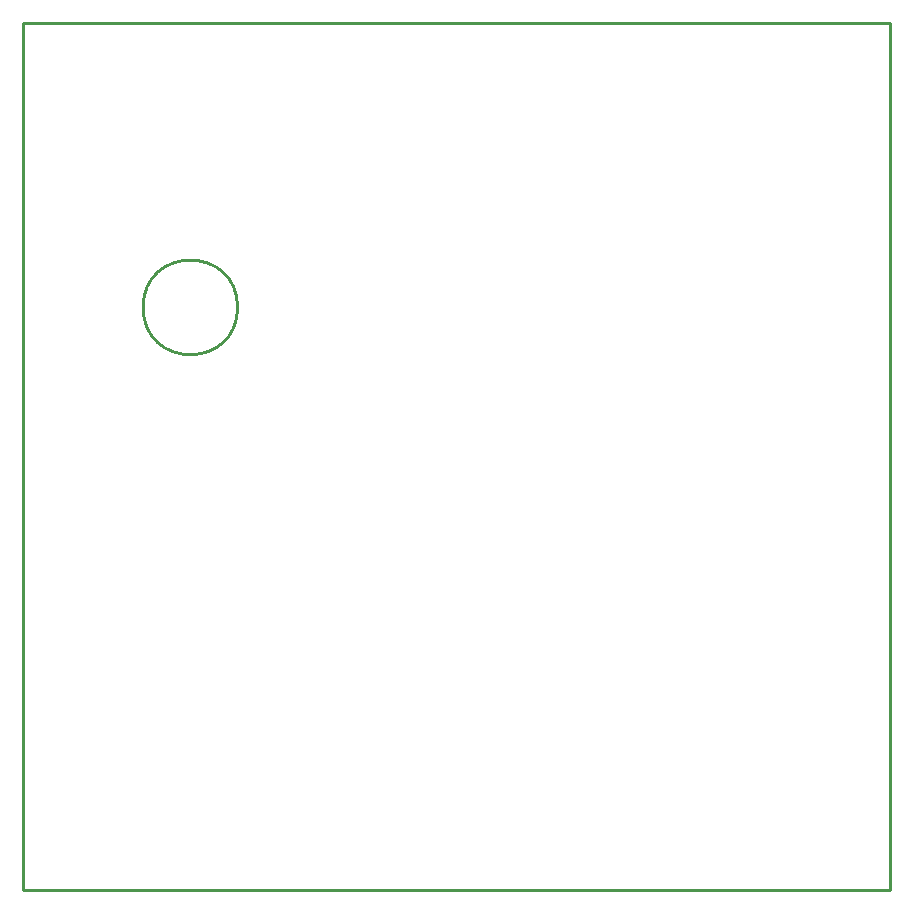
<source format=gbr>
G04 start of page 9 for group -4078 idx -4078 *
G04 Title: (unknown), bottomsilk *
G04 Creator: pcb 20110918 *
G04 CreationDate: Sun 21 Dec 2014 03:27:12 AM GMT UTC *
G04 For: petersen *
G04 Format: Gerber/RS-274X *
G04 PCB-Dimensions: 290000 290000 *
G04 PCB-Coordinate-Origin: lower left *
%MOIN*%
%FSLAX25Y25*%
%LNBOTTOMSILK*%
%ADD89C,0.0100*%
G54D89*X500Y500D02*X289500D01*
Y289500D01*
X500D01*
Y500D01*
X40448Y194613D02*G75*G03X40448Y194613I15754J0D01*G01*
M02*

</source>
